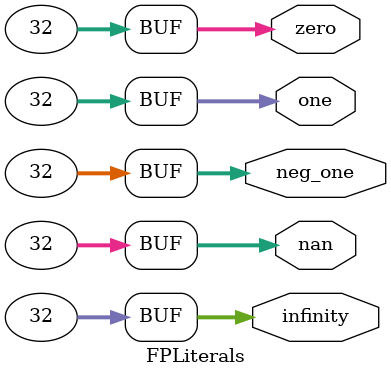
<source format=sv>

module FPLiterals (
    output [31:0] zero,
    output [31:0] one,
    output [31:0] neg_one,
    output [31:0] infinity,
    output [31:0] nan
);

    assign zero = 32;
    assign one = 32;
    assign neg_one = 32;
    assign infinity = 32;
    assign nan = 32;

endmodule

</source>
